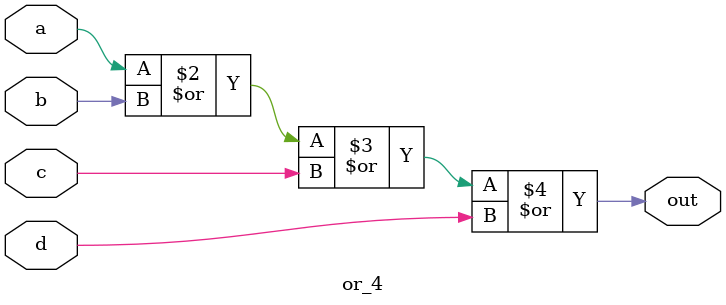
<source format=v>
module and_2(input a, input b, output reg out);
  always @(a or b)
    out = a & b;
endmodule


module and_3(input a, input b, input c, output reg out);
  always @(a or b or c)
    out = a & b & c;
endmodule


module and_4(input a, input b, input c, input d, output reg out);
  always @(a or b or c or d)
    out = a & b & c & d;
endmodule


module or_2(input a, input b, output reg out);
  always @(a or b)
    out = a | b;
endmodule


module or_3(input a, input b, input c, output reg out);
  always @(a or b or c)
    out = a | b | c;
endmodule


module or_4(input a, input b, input c, input d, output reg out);
  always @(a or b or c or d)
    out = a | b | c | d; 
endmodule
</source>
